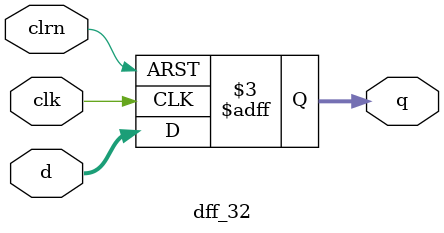
<source format=v>
`timescale 1ns / 1ps


module dff_32(d,clk,clrn,q);
    input [31:0] d;
    input clk,clrn;
    output [31:0] q;
    reg [31:0] q;
    
    always@(negedge clrn or posedge clk)
    begin
        if(clrn == 0) begin
            q<=0;
        end else begin
            q<=d;
        end
    end
endmodule

</source>
